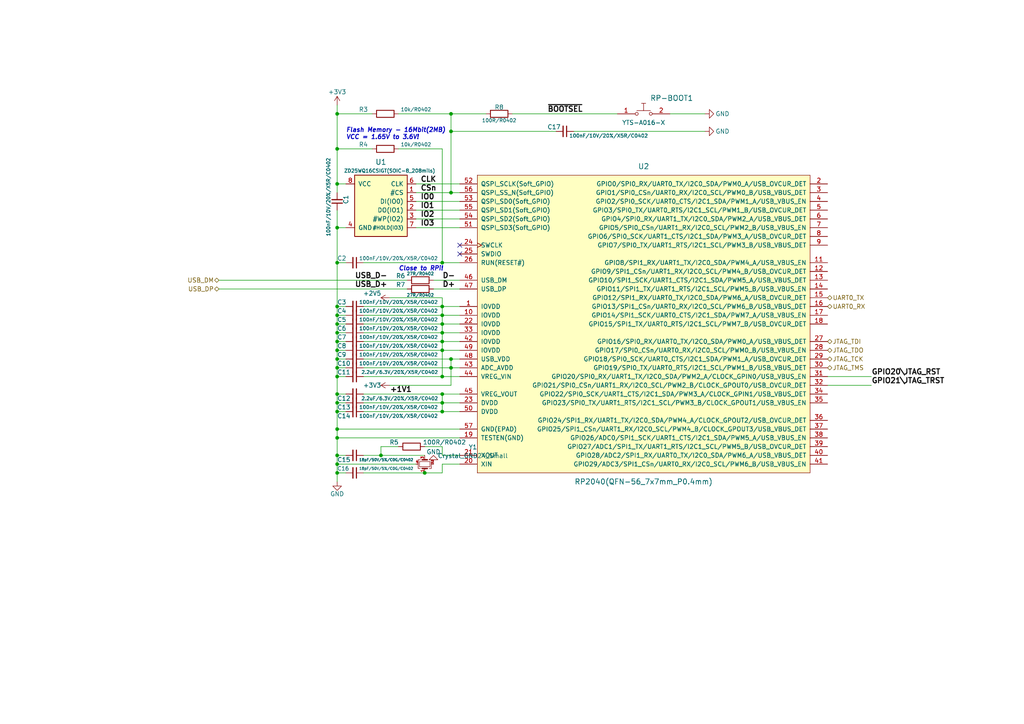
<source format=kicad_sch>
(kicad_sch (version 20231120) (generator "eeschema") (generator_version "8.0")
  (paper "A4")
  (lib_symbols
    (symbol "Device:Crystal_GND24_Small" (pin_names (offset 1.016) hide)
      (property "Reference" "Y" (at 1.27 4.445 0))
      (property "Value" "Crystal_GND24_Small" (at 1.27 2.54 0))
      (symbol "Crystal_GND24_Small_0_1"
        (rectangle (start -0.762 -1.524) (end 0.762 1.524))
        (polyline (pts (xy -1.27 -0.762) (xy -1.27 0.762)) (stroke (width 0.381)))
        (polyline (pts (xy 1.27 -0.762) (xy 1.27 0.762)) (stroke (width 0.381)))
        (polyline (pts (xy -1.27 -1.27) (xy -1.27 -1.905) (xy 1.27 -1.905) (xy 1.27 -1.27)))
        (polyline (pts (xy -1.27 1.27) (xy -1.27 1.905) (xy 1.27 1.905) (xy 1.27 1.27)))
      )
      (symbol "Crystal_GND24_Small_1_1"
        (pin passive line (at -2.54 0 0) (length 1.27) (name "1") (number "1"))
        (pin passive line (at 0 -2.54 90) (length 0.635) (name "2") (number "2"))
        (pin passive line (at 2.54 0 180) (length 1.27) (name "3") (number "3"))
        (pin passive line (at 0 2.54 270) (length 0.635) (name "4") (number "4"))
      )
    )
    (symbol "OLIMEX_Buttons:T1107A(6x3,8x2,5MM)" (pin_names (offset 1.016))
      (property "Reference" "SW" (at -4.064 2.794 0))
      (property "Value" "T1107A(6x3,8x2,5MM)" (at 14.478 2.794 0))
      (symbol "T1107A(6x3,8x2,5MM)_0_1"
        (circle (center -2.0066 0) (radius 0.4318))
        (polyline (pts (xy -0.635 3.048) (xy 0.6096 3.048)))
        (polyline (pts (xy -0.0254 0.9398) (xy -2.0066 0.9398)))
        (polyline (pts (xy -0.0254 0.9398) (xy 1.9812 0.9398)))
        (polyline (pts (xy -0.0254 1.016) (xy -0.0254 2.9718)))
        (circle (center 2.0574 0.0254) (radius 0.4318))
      )
      (symbol "T1107A(6x3,8x2,5MM)_1_1"
        (pin passive line (at -7.62 0 0) (length 5.08) (name "~") (number "1"))
        (pin passive line (at 7.62 0 180) (length 5.08) (name "~") (number "2"))
      )
    )
    (symbol "OLIMEX_IC:RP2040(QFN-56_7x7mm_P0.4mm)" (pin_names (offset 1.016))
      (property "Reference" "U" (at 0 45.72 0))
      (property "Value" "RP2040(QFN-56_7x7mm_P0.4mm)" (at 0 -45.72 0))
      (symbol "RP2040(QFN-56_7x7mm_P0.4mm)_0_1"
        (rectangle (start -48.26 43.18) (end 48.26 -43.18) (fill (type background)))
      )
      (symbol "RP2040(QFN-56_7x7mm_P0.4mm)_1_1"
        (pin power_in line (at -53.34 5.08 0) (length 5.08) (name "IOVDD") (number "1"))
        (pin power_in line (at -53.34 2.54 0) (length 5.08) (name "IOVDD") (number "10"))
        (pin bidirectional line (at 53.34 17.78 180) (length 5.08) (name "GPIO8/SPI1_RX/UART1_TX/I2C0_SDA/PWM4_A/USB_VBUS_EN") (number "11"))
        (pin bidirectional line (at 53.34 15.24 180) (length 5.08) (name "GPIO9/SPI1_CSn/UART1_RX/I2C0_SCL/PWM4_B/USB_OVCUR_DET") (number "12"))
        (pin bidirectional line (at 53.34 12.7 180) (length 5.08) (name "GPIO10/SPI1_SCK/UART1_CTS/I2C1_SDA/PWM5_A/USB_VBUS_DET") (number "13"))
        (pin bidirectional line (at 53.34 10.16 180) (length 5.08) (name "GPIO11/SPI1_TX/UART1_RTS/I2C1_SCL/PWM5_B/USB_VBUS_EN") (number "14"))
        (pin bidirectional line (at 53.34 7.62 180) (length 5.08) (name "GPIO12/SPI1_RX/UART0_TX/I2C0_SDA/PWM6_A/USB_OVCUR_DET") (number "15"))
        (pin bidirectional line (at 53.34 5.08 180) (length 5.08) (name "GPIO13/SPI1_CSn/UART0_RX/I2C0_SCL/PWM6_B/USB_VBUS_DET") (number "16"))
        (pin bidirectional line (at 53.34 2.54 180) (length 5.08) (name "GPIO14/SPI1_SCK/UART0_CTS/I2C1_SDA/PWM7_A/USB_VBUS_EN") (number "17"))
        (pin bidirectional line (at 53.34 0 180) (length 5.08) (name "GPIO15/SPI1_TX/UART0_RTS/I2C1_SCL/PWM7_B/USB_OVCUR_DET") (number "18"))
        (pin input line (at -53.34 -33.02 0) (length 5.08) (name "TESTEN(GND)") (number "19"))
        (pin bidirectional line (at 53.34 40.64 180) (length 5.08) (name "GPIO0/SPI0_RX/UART0_TX/I2C0_SDA/PWM0_A/USB_OVCUR_DET") (number "2"))
        (pin input line (at -53.34 -40.64 0) (length 5.08) (name "XIN") (number "20"))
        (pin output line (at -53.34 -38.1 0) (length 5.08) (name "XOUT") (number "21"))
        (pin power_in line (at -53.34 0 0) (length 5.08) (name "IOVDD") (number "22"))
        (pin power_in line (at -53.34 -22.86 0) (length 5.08) (name "DVDD") (number "23"))
        (pin input clock (at -53.34 22.86 0) (length 5.08) (name "SWCLK") (number "24"))
        (pin bidirectional line (at -53.34 20.32 0) (length 5.08) (name "SWDIO") (number "25"))
        (pin input line (at -53.34 17.78 0) (length 5.08) (name "RUN(RESET#)") (number "26"))
        (pin bidirectional line (at 53.34 -5.08 180) (length 5.08) (name "GPIO16/SPI0_RX/UART0_TX/I2C0_SDA/PWM0_A/USB_VBUS_DET") (number "27"))
        (pin bidirectional line (at 53.34 -7.62 180) (length 5.08) (name "GPIO17/SPI0_CSn/UART0_RX/I2C0_SCL/PWM0_B/USB_VBUS_EN") (number "28"))
        (pin bidirectional line (at 53.34 -10.16 180) (length 5.08) (name "GPIO18/SPI0_SCK/UART0_CTS/I2C1_SDA/PWM1_A/USB_OVCUR_DET") (number "29"))
        (pin bidirectional line (at 53.34 38.1 180) (length 5.08) (name "GPIO1/SPI0_CSn/UART0_RX/I2C0_SCL/PWM0_B/USB_VBUS_DET") (number "3"))
        (pin bidirectional line (at 53.34 -12.7 180) (length 5.08) (name "GPIO19/SPI0_TX/UART0_RTS/I2C1_SCL/PWM1_B/USB_VBUS_DET") (number "30"))
        (pin bidirectional line (at 53.34 -15.24 180) (length 5.08) (name "GPIO20/SPI0_RX/UART1_TX/I2C0_SDA/PWM2_A/CLOCK_GPIN0/USB_VBUS_EN") (number "31"))
        (pin bidirectional line (at 53.34 -17.78 180) (length 5.08) (name "GPIO21/SPI0_CSn/UART1_RX/I2C0_SCL/PWM2_B/CLOCK_GPOUT0/USB_OVCUR_DET") (number "32"))
        (pin power_in line (at -53.34 -2.54 0) (length 5.08) (name "IOVDD") (number "33"))
        (pin bidirectional line (at 53.34 -20.32 180) (length 5.08) (name "GPIO22/SPI0_SCK/UART1_CTS/I2C1_SDA/PWM3_A/CLOCK_GPIN1/USB_VBUS_DET") (number "34"))
        (pin bidirectional line (at 53.34 -22.86 180) (length 5.08) (name "GPIO23/SPI0_TX/UART1_RTS/I2C1_SCL/PWM3_B/CLOCK_GPOUT1/USB_VBUS_EN") (number "35"))
        (pin bidirectional line (at 53.34 -27.94 180) (length 5.08) (name "GPIO24/SPI1_RX/UART1_TX/I2C0_SDA/PWM4_A/CLOCK_GPOUT2/USB_OVCUR_DET") (number "36"))
        (pin bidirectional line (at 53.34 -30.48 180) (length 5.08) (name "GPIO25/SPI1_CSn/UART1_RX/I2C0_SCL/PWM4_B/CLOCK_GPOUT3/USB_VBUS_DET") (number "37"))
        (pin bidirectional line (at 53.34 -33.02 180) (length 5.08) (name "GPIO26/ADC0/SPI1_SCK/UART1_CTS/I2C1_SDA/PWM5_A/USB_VBUS_EN") (number "38"))
        (pin bidirectional line (at 53.34 -35.56 180) (length 5.08) (name "GPIO27/ADC1/SPI1_TX/UART1_RTS/I2C1_SCL/PWM5_B/USB_OVCUR_DET") (number "39"))
        (pin bidirectional line (at 53.34 35.56 180) (length 5.08) (name "GPIO2/SPI0_SCK/UART0_CTS/I2C1_SDA/PWM1_A/USB_VBUS_EN") (number "4"))
        (pin bidirectional line (at 53.34 -38.1 180) (length 5.08) (name "GPIO28/ADC2/SPI1_RX/UART0_TX/I2C0_SDA/PWM6_A/USB_VBUS_DET") (number "40"))
        (pin bidirectional line (at 53.34 -40.64 180) (length 5.08) (name "GPIO29/ADC3/SPI1_CSn/UART0_RX/I2C0_SCL/PWM6_B/USB_VBUS_EN") (number "41"))
        (pin power_in line (at -53.34 -5.08 0) (length 5.08) (name "IOVDD") (number "42"))
        (pin power_in line (at -53.34 -12.7 0) (length 5.08) (name "ADC_AVDD") (number "43"))
        (pin power_in line (at -53.34 -15.24 0) (length 5.08) (name "VREG_VIN") (number "44"))
        (pin power_out line (at -53.34 -20.32 0) (length 5.08) (name "VREG_VOUT") (number "45"))
        (pin bidirectional line (at -53.34 12.7 0) (length 5.08) (name "USB_DM") (number "46"))
        (pin bidirectional line (at -53.34 10.16 0) (length 5.08) (name "USB_DP") (number "47"))
        (pin power_in line (at -53.34 -10.16 0) (length 5.08) (name "USB_VDD") (number "48"))
        (pin power_in line (at -53.34 -7.62 0) (length 5.08) (name "IOVDD") (number "49"))
        (pin bidirectional line (at 53.34 33.02 180) (length 5.08) (name "GPIO3/SPI0_TX/UART0_RTS/I2C1_SCL/PWM1_B/USB_OVCUR_DET") (number "5"))
        (pin power_in line (at -53.34 -25.4 0) (length 5.08) (name "DVDD") (number "50"))
        (pin bidirectional line (at -53.34 27.94 0) (length 5.08) (name "QSPI_SD3(Soft_GPIO)") (number "51"))
        (pin bidirectional line (at -53.34 40.64 0) (length 5.08) (name "QSPI_SCLK(Soft_GPIO)") (number "52"))
        (pin bidirectional line (at -53.34 35.56 0) (length 5.08) (name "QSPI_SD0(Soft_GPIO)") (number "53"))
        (pin bidirectional line (at -53.34 30.48 0) (length 5.08) (name "QSPI_SD2(Soft_GPIO)") (number "54"))
        (pin bidirectional line (at -53.34 33.02 0) (length 5.08) (name "QSPI_SD1(Soft_GPIO)") (number "55"))
        (pin bidirectional line (at -53.34 38.1 0) (length 5.08) (name "QSPI_SS_N(Soft_GPIO)") (number "56"))
        (pin power_in line (at -53.34 -30.48 0) (length 5.08) (name "GND(EPAD)") (number "57"))
        (pin bidirectional line (at 53.34 30.48 180) (length 5.08) (name "GPIO4/SPI0_RX/UART1_TX/I2C0_SDA/PWM2_A/USB_VBUS_DET") (number "6"))
        (pin bidirectional line (at 53.34 27.94 180) (length 5.08) (name "GPIO5/SPI0_CSn/UART1_RX/I2C0_SCL/PWM2_B/USB_VBUS_EN") (number "7"))
        (pin bidirectional line (at 53.34 25.4 180) (length 5.08) (name "GPIO6/SPI0_SCK/UART1_CTS/I2C1_SDA/PWM3_A/USB_OVCUR_DET") (number "8"))
        (pin bidirectional line (at 53.34 22.86 180) (length 5.08) (name "GPIO7/SPI0_TX/UART1_RTS/I2C1_SCL/PWM3_B/USB_VBUS_DET") (number "9"))
      )
    )
    (symbol "OLIMEX_IC:W25Q16BV" (pin_names (offset 1.016))
      (property "Reference" "U" (at -5.08 10.16 0))
      (property "Value" "W25Q16BV" (at 0 -10.795 0))
      (symbol "W25Q16BV_0_1"
        (polyline (pts (xy 7.62 8.89) (xy 7.62 -8.89) (xy -7.62 -8.89) (xy -7.62 8.89) (xy 7.62 8.89)) (stroke (width 0.254)) (fill (type background)))
      )
      (symbol "W25Q16BV_1_1"
        (pin passive line (at -10.16 3.81 0) (length 2.54) (name "#CS") (number "1"))
        (pin passive line (at -10.16 -1.27 0) (length 2.54) (name "DO(IO1)") (number "2"))
        (pin passive line (at -10.16 -3.81 0) (length 2.54) (name "#WP(IO2)") (number "3"))
        (pin power_in line (at 10.16 -6.35 180) (length 2.54) (name "GND") (number "4"))
        (pin passive line (at -10.16 1.27 0) (length 2.54) (name "DI(IO0)") (number "5"))
        (pin passive line (at -10.16 6.35 0) (length 2.54) (name "CLK") (number "6"))
        (pin passive line (at -10.16 -6.35 0) (length 2.54) (name "#HOLD(IO3)") (number "7"))
        (pin power_in line (at 10.16 6.35 180) (length 2.54) (name "VCC") (number "8"))
      )
    )
    (symbol "OLIMEX_Power:+2V5" (power) (pin_names (offset 0))
      (property "Value" "+2V5" (at 0 3.556 0))
      (symbol "+2V5_0_1"
        (polyline (pts (xy -0.762 1.27) (xy 0 2.54)))
        (polyline (pts (xy 0 0) (xy 0 2.54)))
        (polyline (pts (xy 0 2.54) (xy 0.762 1.27)))
      )
      (symbol "+2V5_1_1"
        (pin power_in line (at 0 0 90) (length 0) hide (name "+2V5") (number "1"))
      )
    )
    (symbol "OLIMEX_Power:+3V3" (power) (pin_names (offset 0))
      (property "Value" "+3V3" (at 0 3.556 0))
      (symbol "+3V3_0_1"
        (polyline (pts (xy -0.762 1.27) (xy 0 2.54)))
        (polyline (pts (xy 0 0) (xy 0 2.54)))
        (polyline (pts (xy 0 2.54) (xy 0.762 1.27)))
      )
      (symbol "+3V3_1_1"
        (pin power_in line (at 0 0 90) (length 0) hide (name "+3V3") (number "1"))
      )
    )
    (symbol "OLIMEX_Power:GND" (power) (pin_names (offset 0))
      (property "Value" "GND" (at 0 -3.81 0))
      (symbol "GND_0_1"
        (polyline (pts (xy 0 0) (xy 0 -1.27) (xy 1.27 -1.27) (xy 0 -2.54) (xy -1.27 -1.27) (xy 0 -1.27)))
      )
      (symbol "GND_1_1"
        (pin power_in line (at 0 0 270) (length 0) hide (name "GND") (number "1"))
      )
    )
    (symbol "OLIMEX_RCL:C" (pin_numbers hide) (pin_names (offset 0.254) hide)
      (property "Reference" "C" (at 0.254 1.778 0))
      (property "Value" "C" (at 0.254 -2.032 0))
      (symbol "C_0_1"
        (polyline (pts (xy -1.524 -0.508) (xy 1.524 -0.508)) (stroke (width 0.3302)))
        (polyline (pts (xy -1.524 0.508) (xy 1.524 0.508)) (stroke (width 0.3048)))
      )
      (symbol "C_1_1"
        (pin passive line (at 0 2.54 270) (length 1.905) (name "~") (number "1"))
        (pin passive line (at 0 -2.54 90) (length 2.032) (name "~") (number "2"))
      )
    )
    (symbol "OLIMEX_RCL:R" (pin_numbers hide) (pin_names (offset 0))
      (property "Reference" "R" (at 0 2.032 0))
      (property "Value" "R" (at 0 0 0))
      (symbol "R_0_1"
        (rectangle (start 2.54 -1.016) (end -2.54 1.016) (stroke (width 0.254)))
      )
      (symbol "R_1_1"
        (pin passive line (at -3.81 0 0) (length 1.27) (name "~") (number "1"))
        (pin passive line (at 3.81 0 180) (length 1.27) (name "~") (number "2"))
      )
    )
  )
  (junction (at 128.27 116.84))
  (junction (at 97.79 96.52))
  (junction (at 110.49 132.08))
  (junction (at 128.27 101.6))
  (junction (at 97.79 114.3))
  (junction (at 97.79 106.68))
  (junction (at 97.79 91.44))
  (junction (at 97.79 66.04))
  (junction (at 128.27 88.9))
  (junction (at 97.79 88.9))
  (junction (at 128.27 99.06))
  (junction (at 97.79 101.6))
  (junction (at 123.19 137.16))
  (junction (at 130.81 104.14))
  (junction (at 97.79 137.16))
  (junction (at 97.79 93.98))
  (junction (at 97.79 132.08))
  (junction (at 97.79 33.02))
  (junction (at 97.79 53.34))
  (junction (at 97.79 127))
  (junction (at 97.79 104.14))
  (junction (at 97.79 119.38))
  (junction (at 97.79 76.2))
  (junction (at 97.79 134.62))
  (junction (at 130.81 106.68))
  (junction (at 128.27 114.3))
  (junction (at 128.27 91.44))
  (junction (at 128.27 119.38))
  (junction (at 130.81 55.88))
  (junction (at 97.79 116.84))
  (junction (at 128.27 76.2))
  (junction (at 97.79 99.06))
  (junction (at 128.27 109.22))
  (junction (at 97.79 109.22))
  (junction (at 128.27 96.52))
  (junction (at 130.81 33.02))
  (junction (at 97.79 43.18))
  (junction (at 128.27 93.98))
  (junction (at 130.81 38.1))
  (junction (at 97.79 124.46))
  (no_connect (at 133.35 71.12))
  (no_connect (at 133.35 73.66))
  (wire (pts (xy 63.5 83.82) (xy 118.11 83.82)))
  (wire (pts (xy 125.73 81.28) (xy 133.35 81.28)))
  (wire (pts (xy 97.79 43.18) (xy 97.79 53.34)))
  (wire (pts (xy 128.27 93.98) (xy 133.35 93.98)))
  (wire (pts (xy 105.41 93.98) (xy 128.27 93.98)))
  (wire (pts (xy 128.27 91.44) (xy 133.35 91.44)))
  (wire (pts (xy 128.27 137.16) (xy 128.27 134.62)))
  (wire (pts (xy 100.33 76.2) (xy 97.79 76.2)))
  (wire (pts (xy 97.79 91.44) (xy 97.79 93.98)))
  (wire (pts (xy 105.41 96.52) (xy 128.27 96.52)))
  (wire (pts (xy 97.79 127) (xy 97.79 132.08)))
  (wire (pts (xy 130.81 104.14) (xy 130.81 106.68)))
  (wire (pts (xy 115.57 129.54) (xy 110.49 129.54)))
  (wire (pts (xy 130.81 55.88) (xy 133.35 55.88)))
  (wire (pts (xy 97.79 106.68) (xy 97.79 109.22)))
  (wire (pts (xy 120.65 63.5) (xy 133.35 63.5)))
  (wire (pts (xy 100.33 88.9) (xy 97.79 88.9)))
  (wire (pts (xy 128.27 88.9) (xy 128.27 91.44)))
  (wire (pts (xy 148.59 33.02) (xy 179.07 33.02)))
  (wire (pts (xy 105.41 106.68) (xy 130.81 106.68)))
  (wire (pts (xy 133.35 60.96) (xy 120.65 60.96)))
  (wire (pts (xy 97.79 99.06) (xy 97.79 101.6)))
  (wire (pts (xy 100.33 101.6) (xy 97.79 101.6)))
  (wire (pts (xy 128.27 132.08) (xy 133.35 132.08)))
  (wire (pts (xy 130.81 33.02) (xy 115.57 33.02)))
  (wire (pts (xy 133.35 124.46) (xy 97.79 124.46)))
  (wire (pts (xy 105.41 88.9) (xy 128.27 88.9)))
  (wire (pts (xy 100.33 93.98) (xy 97.79 93.98)))
  (wire (pts (xy 113.03 86.36) (xy 128.27 86.36)))
  (wire (pts (xy 120.65 134.62) (xy 97.79 134.62)))
  (wire (pts (xy 115.57 43.18) (xy 128.27 43.18)))
  (wire (pts (xy 130.81 33.02) (xy 140.97 33.02)))
  (wire (pts (xy 100.33 119.38) (xy 97.79 119.38)))
  (wire (pts (xy 97.79 96.52) (xy 97.79 99.06)))
  (wire (pts (xy 100.33 109.22) (xy 97.79 109.22)))
  (wire (pts (xy 97.79 116.84) (xy 97.79 119.38)))
  (wire (pts (xy 130.81 38.1) (xy 161.29 38.1)))
  (wire (pts (xy 128.27 116.84) (xy 128.27 119.38)))
  (wire (pts (xy 110.49 132.08) (xy 123.19 132.08)))
  (wire (pts (xy 100.33 114.3) (xy 97.79 114.3)))
  (wire (pts (xy 105.41 119.38) (xy 128.27 119.38)))
  (wire (pts (xy 120.65 66.04) (xy 133.35 66.04)))
  (wire (pts (xy 97.79 33.02) (xy 107.95 33.02)))
  (wire (pts (xy 105.41 101.6) (xy 128.27 101.6)))
  (wire (pts (xy 128.27 86.36) (xy 128.27 88.9)))
  (wire (pts (xy 128.27 43.18) (xy 128.27 76.2)))
  (wire (pts (xy 133.35 127) (xy 97.79 127)))
  (wire (pts (xy 130.81 106.68) (xy 130.81 111.76)))
  (wire (pts (xy 252.73 109.22) (xy 240.03 109.22)))
  (wire (pts (xy 130.81 106.68) (xy 133.35 106.68)))
  (wire (pts (xy 128.27 96.52) (xy 128.27 99.06)))
  (wire (pts (xy 105.41 109.22) (xy 128.27 109.22)))
  (wire (pts (xy 204.47 33.02) (xy 194.31 33.02)))
  (wire (pts (xy 105.41 91.44) (xy 128.27 91.44)))
  (wire (pts (xy 97.79 132.08) (xy 97.79 134.62)))
  (wire (pts (xy 128.27 119.38) (xy 133.35 119.38)))
  (wire (pts (xy 128.27 88.9) (xy 133.35 88.9)))
  (wire (pts (xy 128.27 99.06) (xy 128.27 101.6)))
  (wire (pts (xy 105.41 137.16) (xy 123.19 137.16)))
  (wire (pts (xy 97.79 43.18) (xy 107.95 43.18)))
  (wire (pts (xy 128.27 101.6) (xy 128.27 109.22)))
  (wire (pts (xy 97.79 76.2) (xy 97.79 88.9)))
  (wire (pts (xy 128.27 101.6) (xy 133.35 101.6)))
  (wire (pts (xy 100.33 91.44) (xy 97.79 91.44)))
  (wire (pts (xy 97.79 30.48) (xy 97.79 33.02)))
  (wire (pts (xy 130.81 33.02) (xy 130.81 38.1)))
  (wire (pts (xy 105.41 76.2) (xy 128.27 76.2)))
  (wire (pts (xy 128.27 116.84) (xy 133.35 116.84)))
  (wire (pts (xy 63.5 81.28) (xy 118.11 81.28)))
  (wire (pts (xy 128.27 93.98) (xy 128.27 96.52)))
  (wire (pts (xy 100.33 53.34) (xy 97.79 53.34)))
  (wire (pts (xy 97.79 114.3) (xy 97.79 116.84)))
  (wire (pts (xy 130.81 38.1) (xy 130.81 55.88)))
  (wire (pts (xy 97.79 109.22) (xy 97.79 114.3)))
  (wire (pts (xy 105.41 132.08) (xy 110.49 132.08)))
  (wire (pts (xy 100.33 104.14) (xy 97.79 104.14)))
  (wire (pts (xy 100.33 132.08) (xy 97.79 132.08)))
  (wire (pts (xy 128.27 76.2) (xy 133.35 76.2)))
  (wire (pts (xy 120.65 55.88) (xy 130.81 55.88)))
  (wire (pts (xy 128.27 114.3) (xy 105.41 114.3)))
  (wire (pts (xy 120.65 53.34) (xy 133.35 53.34)))
  (wire (pts (xy 100.33 106.68) (xy 97.79 106.68)))
  (wire (pts (xy 252.73 111.76) (xy 240.03 111.76)))
  (wire (pts (xy 133.35 58.42) (xy 120.65 58.42)))
  (wire (pts (xy 128.27 129.54) (xy 128.27 132.08)))
  (wire (pts (xy 100.33 96.52) (xy 97.79 96.52)))
  (wire (pts (xy 128.27 109.22) (xy 133.35 109.22)))
  (wire (pts (xy 97.79 137.16) (xy 97.79 139.7)))
  (wire (pts (xy 97.79 53.34) (xy 97.79 55.88)))
  (wire (pts (xy 100.33 116.84) (xy 97.79 116.84)))
  (wire (pts (xy 128.27 99.06) (xy 133.35 99.06)))
  (wire (pts (xy 105.41 104.14) (xy 130.81 104.14)))
  (wire (pts (xy 100.33 137.16) (xy 97.79 137.16)))
  (wire (pts (xy 113.03 111.76) (xy 130.81 111.76)))
  (wire (pts (xy 97.79 119.38) (xy 97.79 124.46)))
  (wire (pts (xy 97.79 88.9) (xy 97.79 91.44)))
  (wire (pts (xy 105.41 99.06) (xy 128.27 99.06)))
  (wire (pts (xy 105.41 116.84) (xy 128.27 116.84)))
  (wire (pts (xy 128.27 96.52) (xy 133.35 96.52)))
  (wire (pts (xy 128.27 114.3) (xy 128.27 116.84)))
  (wire (pts (xy 123.19 129.54) (xy 128.27 129.54)))
  (wire (pts (xy 128.27 91.44) (xy 128.27 93.98)))
  (wire (pts (xy 100.33 66.04) (xy 97.79 66.04)))
  (wire (pts (xy 97.79 60.96) (xy 97.79 66.04)))
  (wire (pts (xy 97.79 66.04) (xy 97.79 76.2)))
  (wire (pts (xy 125.73 83.82) (xy 133.35 83.82)))
  (wire (pts (xy 133.35 114.3) (xy 128.27 114.3)))
  (wire (pts (xy 130.81 104.14) (xy 133.35 104.14)))
  (wire (pts (xy 97.79 134.62) (xy 97.79 137.16)))
  (wire (pts (xy 97.79 124.46) (xy 97.79 127)))
  (wire (pts (xy 123.19 137.16) (xy 128.27 137.16)))
  (wire (pts (xy 166.37 38.1) (xy 204.47 38.1)))
  (wire (pts (xy 110.49 129.54) (xy 110.49 132.08)))
  (wire (pts (xy 97.79 104.14) (xy 97.79 106.68)))
  (wire (pts (xy 128.27 134.62) (xy 133.35 134.62)))
  (wire (pts (xy 97.79 101.6) (xy 97.79 104.14)))
  (wire (pts (xy 97.79 33.02) (xy 97.79 43.18)))
  (wire (pts (xy 100.33 99.06) (xy 97.79 99.06)))
  (wire (pts (xy 97.79 93.98) (xy 97.79 96.52)))
  (text "Close to RPi!" (at 115.57 78.74 0) (effects (font (size 1.27 1.27) (thickness 0.254) (bold yes) (italic yes)) (justify left bottom)))
  (text "Flash Memory - 16Mbit(2MB)\nVCC = 1.65V to 3.6V!" (at 100.33 40.64 0) (effects (font (size 1.27 1.27) (thickness 0.254) (bold yes) (italic yes)) (justify left bottom)))
  (label "+1V1" (at 113.03 114.3 0) (effects (font (size 1.524 1.524) (thickness 0.3048) (bold yes))))
  (label "D-" (at 128.27 81.28 0) (effects (font (size 1.524 1.524) (thickness 0.3048) (bold yes))))
  (label "CSn" (at 121.92 55.88 0) (effects (font (size 1.524 1.524) (thickness 0.3048) (bold yes))))
  (label "IO0" (at 121.92 58.42 0) (effects (font (size 1.524 1.524) (thickness 0.3048) (bold yes))))
  (label "GPIO20\\JTAG_RST" (at 252.73 109.22 0) (effects (font (size 1.524 1.524) (thickness 0.3048) (bold yes))))
  (label "IO2" (at 121.92 63.5 0) (effects (font (size 1.524 1.524) (thickness 0.3048) (bold yes))))
  (label "CLK" (at 121.92 53.34 0) (effects (font (size 1.524 1.524) (thickness 0.3048) (bold yes))))
  (label "IO1" (at 121.92 60.96 0) (effects (font (size 1.524 1.524) (thickness 0.3048) (bold yes))))
  (label "IO3" (at 121.92 66.04 0) (effects (font (size 1.524 1.524) (thickness 0.3048) (bold yes))))
  (label "USB_D-" (at 102.87 81.28 0) (effects (font (size 1.524 1.524) (thickness 0.3048) (bold yes))))
  (label "D+" (at 128.27 83.82 0) (effects (font (size 1.524 1.524) (thickness 0.3048) (bold yes))))
  (label "USB_D+" (at 102.87 83.82 0) (effects (font (size 1.524 1.524) (thickness 0.3048) (bold yes))))
  (label "~{BOOTSEL}" (at 158.75 33.02 0) (effects (font (size 1.524 1.524) (thickness 0.3048) (bold yes))))
  (label "GPIO21\\JTAG_TRST" (at 252.73 111.76 0) (effects (font (size 1.524 1.524) (thickness 0.3048) (bold yes))))
  (hierarchical_label "JTAG_TCK" (shape bidirectional) (at 240.03 104.14 0))
  (hierarchical_label "JTAG_TMS" (shape bidirectional) (at 240.03 106.68 0))
  (hierarchical_label "USB_DM" (shape bidirectional) (at 63.5 81.28 180))
  (hierarchical_label "USB_DP" (shape bidirectional) (at 63.5 83.82 180))
  (hierarchical_label "UART0_TX" (shape bidirectional) (at 240.03 86.36 0))
  (hierarchical_label "JTAG_TDI" (shape bidirectional) (at 240.03 99.06 0))
  (hierarchical_label "JTAG_TDO" (shape bidirectional) (at 240.03 101.6 0))
  (hierarchical_label "UART0_RX" (shape bidirectional) (at 240.03 88.9 0))
  (symbol (lib_id "OLIMEX_RCL:R") (at 121.92 83.82 0) (unit 1) (exclude_from_sim yes)
    (property "Reference" "R7" (at 116.205 82.55 0))
    (property "Value" "27R/R0402" (at 121.92 85.598 0) (effects (font (size 0.889 0.889))))
    (property "Footprint" "Resistor_SMD:R_0402_1005Metric" (effects (hide yes)))
    (property "Fieldname 1" "Value 1" (effects (hide yes)))
    (property "Fieldname2" "Value2" (effects (hide yes)))
    (property "Fieldname3" "Value3" (effects (hide yes)))
    (property "lcsc#" "C138021" (effects (hide yes)))
  )
  (symbol (lib_id "OLIMEX_RCL:C") (at 102.87 88.9 270) (unit 1)
    (property "Reference" "C3" (at 97.79 87.63 90) (effects (justify left)))
    (property "Value" "100nF/10V/20%/X5R/C0402" (at 104.14 87.63 90) (effects (font (size 1.016 1.016)) (justify left)))
    (property "Footprint" "Capacitor_SMD:C_0402_1005Metric" (effects (hide yes)))
    (property "lcsc#" "C129131" (effects (hide yes)))
  )
  (symbol (lib_id "OLIMEX_Buttons:T1107A(6x3,8x2,5MM)") (at 186.69 33.02 0) (unit 1)
    (property "Reference" "RP-BOOT1" (at 194.818 28.448 0) (effects (font (size 1.524 1.524))))
    (property "Value" "YTS-A016-X" (at 186.69 35.56 0))
    (property "lcsc#" "C2910673" (effects (hide yes)))
  )
  (symbol (lib_id "OLIMEX_Power:+2V5") (at 97.79 30.48 0) (unit 1)
    (property "Reference" "#PWR05" (effects (hide yes)))
    (property "Value" "+3V3" (at 97.79 26.67 0))
  )
  (symbol (lib_id "Device:Crystal_GND24_Small") (at 123.19 134.62 90) (unit 1)
    (property "Reference" "Y1" (at 137.16 129.6668 90))
    (property "Value" "Crystal_GND24_Small" (at 137.16 132.2068 90))
    (property "Footprint" "Crystal:Crystal_SMD_3225-4Pin_3.2x2.5mm" (effects (hide yes)))
    (property "Description" "Four pin crystal, GND on pins 2 and 4, small symbol" (effects (hide yes)))
    (property "lcsc#" "C133334" (effects (hide yes)))
  )
  (symbol (lib_id "OLIMEX_RCL:C") (at 102.87 106.68 270) (unit 1)
    (property "Reference" "C10" (at 97.79 105.41 90) (effects (justify left)))
    (property "Value" "100nF/10V/20%/X5R/C0402" (at 104.14 105.41 90) (effects (font (size 1.016 1.016)) (justify left)))
    (property "Footprint" "Capacitor_SMD:C_0402_1005Metric" (effects (hide yes)))
    (property "lcsc#" "C129131" (effects (hide yes)))
  )
  (symbol (lib_id "OLIMEX_RCL:R") (at 119.38 129.54 0) (unit 1) (exclude_from_sim yes)
    (property "Reference" "R5" (at 114.3 128.27 0))
    (property "Value" "100R/R0402" (at 128.905 128.27 0))
    (property "Footprint" "Resistor_SMD:R_0402_1005Metric" (effects (hide yes)))
    (property "Fieldname 1" "Value 1" (effects (hide yes)))
    (property "Fieldname2" "Value2" (effects (hide yes)))
    (property "Fieldname3" "Value3" (effects (hide yes)))
    (property "lcsc#" "  C106232" (effects (hide yes)))
  )
  (symbol (lib_id "OLIMEX_RCL:C") (at 102.87 101.6 270) (unit 1)
    (property "Reference" "C8" (at 97.79 100.33 90) (effects (justify left)))
    (property "Value" "100nF/10V/20%/X5R/C0402" (at 104.14 100.33 90) (effects (font (size 1.016 1.016)) (justify left)))
    (property "Footprint" "Capacitor_SMD:C_0402_1005Metric" (effects (hide yes)))
    (property "lcsc#" "C129131" (effects (hide yes)))
  )
  (symbol (lib_id "OLIMEX_Power:GND") (at 204.47 38.1 90) (mirror x) (unit 1)
    (property "Reference" "#PWR010" (effects (hide yes)))
    (property "Value" "GND" (at 209.55 38.1 90))
  )
  (symbol (lib_id "OLIMEX_RCL:C") (at 102.87 119.38 270) (mirror x) (unit 1)
    (property "Reference" "C14" (at 97.79 120.65 90) (effects (justify left)))
    (property "Value" "100nF/10V/20%/X5R/C0402" (at 104.14 120.65 90) (effects (font (size 1.016 1.016)) (justify left)))
    (property "Footprint" "Capacitor_SMD:C_0402_1005Metric" (effects (hide yes)))
    (property "lcsc#" "C129131" (effects (hide yes)))
  )
  (symbol (lib_id "OLIMEX_RCL:R") (at 144.78 33.02 0) (unit 1) (exclude_from_sim yes)
    (property "Reference" "R8" (at 144.78 31.115 0))
    (property "Value" "100R/R0402" (at 144.78 34.925 0) (effects (font (size 1.016 1.016))))
    (property "Footprint" "Resistor_SMD:R_0402_1005Metric" (effects (hide yes)))
    (property "lcsc#" "  C106232" (effects (hide yes)))
  )
  (symbol (lib_id "OLIMEX_RCL:C") (at 102.87 132.08 270) (mirror x) (unit 1)
    (property "Reference" "C15" (at 97.79 133.35 90) (effects (justify left)))
    (property "Value" "18pF/50V/5%/C0G/C0402" (at 104.14 133.35 90) (effects (font (size 0.762 0.762)) (justify left)))
    (property "Footprint" "Capacitor_SMD:C_0402_1005Metric" (effects (hide yes)))
    (property "Fieldname 1" "Value 1" (effects (hide yes)))
    (property "Fieldname2" "Value2" (effects (hide yes)))
    (property "Fieldname3" "Value3" (effects (hide yes)))
  )
  (symbol (lib_id "OLIMEX_RCL:R") (at 111.76 33.02 0) (unit 1) (exclude_from_sim yes)
    (property "Reference" "R3" (at 105.41 31.75 0))
    (property "Value" "10k/R0402" (at 120.65 31.75 0) (effects (font (size 1.016 1.016))))
    (property "Footprint" "Resistor_SMD:R_0402_1005Metric" (effects (hide yes)))
    (property "Fieldname 1" "Value 1" (effects (hide yes)))
    (property "Fieldname2" "Value2" (effects (hide yes)))
    (property "Fieldname3" "Value3" (effects (hide yes)))
    (property "lcsc#" "C60490" (effects (hide yes)))
  )
  (symbol (lib_id "OLIMEX_IC:W25Q16BV") (at 110.49 59.69 0) (mirror y) (unit 1)
    (property "Reference" "U1" (at 110.49 46.99 0) (effects (font (size 1.524 1.524))))
    (property "Value" "ZD25WQ16CSIGT(SOIC-8_208mils)" (at 113.03 49.53 0) (effects (font (size 1.016 1.016))))
    (property "Footprint" "Package_SO:SOP-8_3.9x4.9mm_P1.27mm" (effects (hide yes)))
    (property "lcsc#" "C5353597" (effects (hide yes)))
  )
  (symbol (lib_id "OLIMEX_Power:GND") (at 204.47 33.02 90) (mirror x) (unit 1)
    (property "Reference" "#PWR09" (effects (hide yes)))
    (property "Value" "GND" (at 209.55 33.02 90))
  )
  (symbol (lib_id "OLIMEX_RCL:C") (at 102.87 99.06 270) (unit 1)
    (property "Reference" "C7" (at 97.79 97.79 90) (effects (justify left)))
    (property "Value" "100nF/10V/20%/X5R/C0402" (at 104.14 97.79 90) (effects (font (size 1.016 1.016)) (justify left)))
    (property "Footprint" "Capacitor_SMD:C_0402_1005Metric" (effects (hide yes)))
    (property "lcsc#" "C129131" (effects (hide yes)))
  )
  (symbol (lib_id "OLIMEX_Power:GND") (at 125.73 134.62 180) (unit 1)
    (property "Reference" "#PWR029" (effects (hide yes)))
    (property "Value" "GND" (at 125.73 131.064 0))
  )
  (symbol (lib_id "OLIMEX_RCL:C") (at 102.87 109.22 270) (unit 1)
    (property "Reference" "C11" (at 97.79 107.95 90) (effects (justify left)))
    (property "Value" "2.2uF/6.3V/20%/X5R/C0402" (at 104.775 107.95 90) (effects (font (size 0.9906 0.9906)) (justify left)))
    (property "Footprint" "Capacitor_SMD:C_0402_1005Metric" (effects (hide yes)))
  )
  (symbol (lib_id "OLIMEX_RCL:R") (at 121.92 81.28 0) (unit 1) (exclude_from_sim yes)
    (property "Reference" "R6" (at 116.205 80.01 0))
    (property "Value" "27R/R0402" (at 121.92 79.375 0) (effects (font (size 0.889 0.889))))
    (property "Footprint" "Resistor_SMD:R_0402_1005Metric" (effects (hide yes)))
    (property "Fieldname 1" "Value 1" (effects (hide yes)))
    (property "Fieldname2" "Value2" (effects (hide yes)))
    (property "Fieldname3" "Value3" (effects (hide yes)))
    (property "lcsc#" "C138021" (effects (hide yes)))
  )
  (symbol (lib_id "OLIMEX_RCL:C") (at 163.83 38.1 270) (unit 1)
    (property "Reference" "C17" (at 158.75 36.83 90) (effects (justify left)))
    (property "Value" "100nF/10V/20%/X5R/C0402" (at 165.1 39.37 90) (effects (font (size 1.016 1.016)) (justify left)))
    (property "Footprint" "Capacitor_SMD:C_0402_1005Metric" (effects (hide yes)))
    (property "lcsc#" "C129131" (effects (hide yes)))
  )
  (symbol (lib_id "OLIMEX_RCL:C") (at 97.79 58.42 180) (unit 1)
    (property "Reference" "C1" (at 100.33 56.515 90) (effects (justify left)))
    (property "Value" "100nF/10V/20%/X5R/C0402" (at 95.25 45.72 90) (effects (font (size 1.016 1.016)) (justify left)))
    (property "Footprint" "Capacitor_SMD:C_0402_1005Metric" (effects (hide yes)))
    (property "lcsc#" "C129131" (effects (hide yes)))
  )
  (symbol (lib_id "OLIMEX_Power:+3V3") (at 113.03 111.76 90) (unit 1)
    (property "Reference" "#PWR08" (effects (hide yes)))
    (property "Value" "+3V3" (at 107.95 111.76 90))
  )
  (symbol (lib_id "OLIMEX_RCL:C") (at 102.87 116.84 270) (mirror x) (unit 1)
    (property "Reference" "C13" (at 97.79 118.11 90) (effects (justify left)))
    (property "Value" "100nF/10V/20%/X5R/C0402" (at 104.14 118.11 90) (effects (font (size 1.016 1.016)) (justify left)))
    (property "Footprint" "Capacitor_SMD:C_0402_1005Metric" (effects (hide yes)))
    (property "lcsc#" "C129131" (effects (hide yes)))
  )
  (symbol (lib_id "OLIMEX_RCL:R") (at 111.76 43.18 0) (unit 1) (exclude_from_sim yes)
    (property "Reference" "R4" (at 105.41 41.91 0))
    (property "Value" "10k/R0402" (at 120.65 41.91 0) (effects (font (size 1.016 1.016))))
    (property "Footprint" "Resistor_SMD:R_0402_1005Metric" (effects (hide yes)))
    (property "Fieldname 1" "Value 1" (effects (hide yes)))
    (property "Fieldname2" "Value2" (effects (hide yes)))
    (property "Fieldname3" "Value3" (effects (hide yes)))
    (property "lcsc#" "C60490" (effects (hide yes)))
  )
  (symbol (lib_id "OLIMEX_IC:RP2040(QFN-56_7x7mm_P0.4mm)") (at 186.69 93.98 0) (unit 1)
    (property "Reference" "U2" (at 186.69 48.26 0) (effects (font (size 1.524 1.524))))
    (property "Value" "RP2040(QFN-56_7x7mm_P0.4mm)" (at 186.69 139.7 0) (effects (font (size 1.524 1.524))))
    (property "Footprint" "Package_DFN_QFN:QFN-56-1EP_7x7mm_P0.4mm_EP3.2x3.2mm_ThermalVias" (effects (hide yes)))
    (property "Datasheet" "https://datasheets.raspberrypi.com/rp2040/rp2040-datasheet.pdf" (effects (hide yes)))
    (property "lcsc#" "  C2040" (effects (hide yes)))
  )
  (symbol (lib_id "OLIMEX_Power:+2V5") (at 113.03 86.36 90) (unit 1)
    (property "Reference" "#PWR07" (effects (hide yes)))
    (property "Value" "+2V5" (at 107.95 85.09 90))
  )
  (symbol (lib_id "OLIMEX_RCL:C") (at 102.87 137.16 270) (unit 1)
    (property "Reference" "C16" (at 97.79 135.89 90) (effects (font (size 1.143 1.143)) (justify left)))
    (property "Value" "18pF/50V/5%/C0G/C0402" (at 104.14 135.89 90) (effects (font (size 0.762 0.762)) (justify left)))
    (property "Footprint" "Capacitor_SMD:C_0402_1005Metric" (effects (hide yes)))
    (property "Fieldname 1" "Value 1" (effects (hide yes)))
    (property "Fieldname2" "Value2" (effects (hide yes)))
    (property "Fieldname3" "Value3" (effects (hide yes)))
  )
  (symbol (lib_id "OLIMEX_RCL:C") (at 102.87 104.14 270) (unit 1)
    (property "Reference" "C9" (at 97.79 102.87 90) (effects (justify left)))
    (property "Value" "100nF/10V/20%/X5R/C0402" (at 104.14 102.87 90) (effects (font (size 1.016 1.016)) (justify left)))
    (property "Footprint" "Capacitor_SMD:C_0402_1005Metric" (effects (hide yes)))
    (property "lcsc#" "C129131" (effects (hide yes)))
  )
  (symbol (lib_id "OLIMEX_RCL:C") (at 102.87 93.98 270) (unit 1)
    (property "Reference" "C5" (at 97.79 92.71 90) (effects (justify left)))
    (property "Value" "100nF/10V/20%/X5R/C0402" (at 104.14 92.71 90) (effects (font (size 1.016 1.016)) (justify left)))
    (property "Footprint" "Capacitor_SMD:C_0402_1005Metric" (effects (hide yes)))
    (property "lcsc#" "C129131" (effects (hide yes)))
  )
  (symbol (lib_id "OLIMEX_RCL:C") (at 102.87 114.3 270) (mirror x) (unit 1)
    (property "Reference" "C12" (at 97.79 115.57 90) (effects (justify left)))
    (property "Value" "2.2uF/6.3V/20%/X5R/C0402" (at 104.775 115.57 90) (effects (font (size 0.9906 0.9906)) (justify left)))
    (property "Footprint" "Capacitor_SMD:C_0402_1005Metric" (effects (hide yes)))
  )
  (symbol (lib_id "OLIMEX_Power:GND") (at 97.79 139.7 0) (unit 1)
    (property "Reference" "#PWR06" (effects (hide yes)))
    (property "Value" "GND" (at 97.79 143.256 0))
  )
  (symbol (lib_id "OLIMEX_RCL:C") (at 102.87 76.2 270) (unit 1)
    (property "Reference" "C2" (at 97.79 74.93 90) (effects (justify left)))
    (property "Value" "100nF/10V/20%/X5R/C0402" (at 104.14 74.93 90) (effects (font (size 1.016 1.016)) (justify left)))
    (property "Footprint" "Capacitor_SMD:C_0402_1005Metric" (effects (hide yes)))
    (property "lcsc#" "C129131" (effects (hide yes)))
  )
  (symbol (lib_id "OLIMEX_RCL:C") (at 102.87 91.44 270) (unit 1)
    (property "Reference" "C4" (at 97.79 90.17 90) (effects (justify left)))
    (property "Value" "100nF/10V/20%/X5R/C0402" (at 104.14 90.17 90) (effects (font (size 1.016 1.016)) (justify left)))
    (property "Footprint" "Capacitor_SMD:C_0402_1005Metric" (effects (hide yes)))
    (property "lcsc#" "C129131" (effects (hide yes)))
  )
  (symbol (lib_id "OLIMEX_RCL:C") (at 102.87 96.52 270) (unit 1)
    (property "Reference" "C6" (at 97.79 95.25 90) (effects (justify left)))
    (property "Value" "100nF/10V/20%/X5R/C0402" (at 104.14 95.25 90) (effects (font (size 1.016 1.016)) (justify left)))
    (property "Footprint" "Capacitor_SMD:C_0402_1005Metric" (effects (hide yes)))
    (property "lcsc#" "C129131" (effects (hide yes)))
  )
)
</source>
